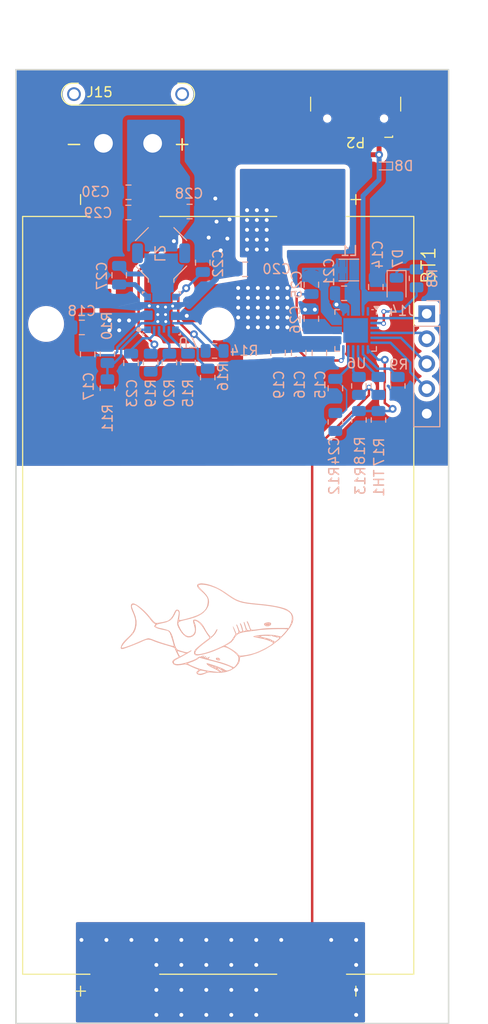
<source format=kicad_pcb>
(kicad_pcb (version 20240108) (generator "pcbnew") (generator_version "8.0")
  (layers (0 "F.Cu" signal) (31 "B.Cu" signal) (34 "B.Paste" user) (35 "F.Paste" user) (36 "B.SilkS" user "B.Silkscreen") (37 "F.SilkS" user "F.Silkscreen") (38 "B.Mask" user) (39 "F.Mask" user) (44 "Edge.Cuts" user))
  (net 0 "")
  (net 1 "GND")
  (net 2 "+BATT")
  (net 3 "Net-(J14-Pin_3)")
  (net 4 "Net-(U6-ILIM)")
  (net 5 "/Power/CELL_1")
  (net 6 "Net-(J14-Pin_1)")
  (net 7 "Net-(J14-Pin_4)")
  (net 8 "/Power/PMID")
  (net 9 "/Power/SNS")
  (net 10 "/Power/SW_BAT")
  (net 11 "/Power/SW_5")
  (net 12 "/Power/BOOT")
  (net 13 "Net-(J14-Pin_2)")
  (net 14 "Net-(U7-VCC)")
  (net 15 "Net-(U7-SS)")
  (net 16 "Net-(U6-REGN)")
  (net 17 "Net-(U6-BTST)")
  (net 18 "Net-(D7-K)")
  (net 19 "Net-(U6-STAT)")
  (net 20 "Net-(U7-EN)")
  (net 21 "Net-(U6-TS)")
  (net 22 "Net-(U7-PG)")
  (net 23 "Net-(U7-ILIM)")
  (net 24 "Net-(U7-MSEL)")
  (net 25 "Net-(U6-MID)")
  (net 26 "Net-(U6-CBSET)")
  (net 27 "Net-(U7-FB)")
  (net 30 "Net-(P2-D+)")
  (net 33 "+5VUSB")
  (net 34 "+5VBuck")
  (footprint "Connector_AMASS:AMASS_XT30PW-F_1x02_P2.50mm_Horizontal" (layer "F.Cu") (at 97.7006 39.9882)
    (property "Reference" "J15")
    (property "Value" "Battery Connector Bat")
  )
  (footprint "fydp library:BAT_1048P" (layer "F.Cu") (at 109.37 85.9562 -90)
    (property "Reference" "BT1")
    (property "Value" "1048P")
  )
  (footprint "Connector_USB:USB_C_Receptacle_GCT_USB4110" (layer "F.Cu") (at 123.348 34.861 180)
    (property "Reference" "P2")
    (property "Value" "USB_C_Plug_USB2.0")
  )
  (footprint "Resistor_SMD:R_0805_2012Metric" (layer "B.Cu") (at 106.3 62.2875 -90)
    (property "Reference" "R15")
    (property "Value" "11k")
  )
  (footprint "fydp:RZR0016A-MFG" (layer "B.Cu") (at 103.600001 57.284999)
    (property "Reference" "U7")
    (property "Value" "TPS54KB20RZRR")
  )
  (footprint "Capacitor_SMD:C_0805_2012Metric" (layer "B.Cu") (at 107.8 52.125 90)
    (property "Reference" "C22")
    (property "Value" "2.2u")
  )
  (footprint "Resistor_SMD:R_0805_2012Metric" (layer "B.Cu") (at 127.632774 64.6598 -90)
    (property "Reference" "R9")
    (property "Value" "383")
  )
  (footprint "Capacitor_SMD:C_0805_2012Metric" (layer "B.Cu") (at 112.1 52.8 180)
    (property "Reference" "C20")
    (property "Value" "100n")
  )
  (footprint "Resistor_SMD:R_0805_2012Metric" (layer "B.Cu") (at 125.668974 68.1228 -90)
    (property "Reference" "TH1")
    (property "Value" "10k")
  )
  (footprint "Capacitor_SMD:C_0805_2012Metric" (layer "B.Cu") (at 106.4586 46.923796)
    (property "Reference" "C28")
    (property "Value" "47u")
  )
  (footprint "Resistor_SMD:R_0805_2012Metric" (layer "B.Cu") (at 123.676908 64.6598 -90)
    (property "Reference" "R18")
    (property "Value" "9.5")
  )
  (footprint "Resistor_SMD:R_0805_2012Metric" (layer "B.Cu") (at 98.1 61.4125 -90)
    (property "Reference" "R10")
    (property "Value" "422k")
  )
  (footprint "Resistor_SMD:R_0805_2012Metric" (layer "B.Cu") (at 109 61.1)
    (property "Reference" "R14")
    (property "Value" "10k")
  )
  (footprint "Capacitor_SMD:C_0805_2012Metric" (layer "B.Cu") (at 118.844374 57.8291 90)
    (property "Reference" "C26")
    (property "Value" "44u")
  )
  (footprint "LED_SMD:LED_0805_2012Metric" (layer "B.Cu") (at 127.508 54.61 -90)
    (property "Reference" "D7")
    (property "Value" "LED" (hide yes))
  )
  (footprint "Capacitor_SMD:C_0805_2012Metric" (layer "B.Cu") (at 121.285 64.897 -90)
    (property "Reference" "C24")
    (property "Value" "4.7u")
  )
  (footprint "Resistor_SMD:R_0805_2012Metric" (layer "B.Cu") (at 108.3 63.8125 -90)
    (property "Reference" "R16")
    (property "Value" "5k")
  )
  (footprint "Resistor_SMD:R_0805_2012Metric" (layer "B.Cu") (at 102.5 62.2875 -90)
    (property "Reference" "R19")
    (property "Value" "45.3k")
  )
  (footprint "Resistor_SMD:R_0805_2012Metric" (layer "B.Cu") (at 129.54 53.721 -90)
    (property "Reference" "R8")
    (property "Value" "2.2k")
  )
  (footprint "Capacitor_SMD:C_0805_2012Metric" (layer "B.Cu") (at 100.229548 47.02515 180)
    (property "Reference" "C29")
    (property "Value" "47u")
  )
  (footprint "Inductor_SMD:L_Taiyo-Yuden_MD-2020" (layer "B.Cu") (at 122.664574 52.8761 180)
    (property "Reference" "L1")
    (property "Value" "1u")
  )
  (footprint "Connector_PinHeader_2.54mm:PinHeader_1x05_P2.54mm_Vertical" (layer "B.Cu") (at 130.579174 57.3211 180)
    (property "Reference" "J14")
    (property "Value" "Conn_01x05_Pin")
  )
  (footprint "Capacitor_SMD:C_0805_2012Metric" (layer "B.Cu") (at 117.555974 61.3 -90)
    (property "Reference" "C16")
    (property "Value" "1u")
  )
  (footprint "Resistor_SMD:R_0805_2012Metric" (layer "B.Cu") (at 98.1 64.9 -90)
    (property "Reference" "R11")
    (property "Value" "100k")
  )
  (footprint "Resistor_SMD:R_0805_2012Metric" (layer "B.Cu") (at 104.4 62.2875 -90)
    (property "Reference" "R20")
    (property "Value" "10k")
  )
  (footprint "Capacitor_SMD:C_0805_2012Metric" (layer "B.Cu") (at 122.174 55.2383)
    (property "Reference" "C21")
    (property "Value" "10u")
  )
  (footprint "Package_DFN_QFN:VQFN-24-1EP_4x4mm_P0.5mm_EP2.5x2.5mm" (layer "B.Cu") (at 123.345574 59.0158 180)
    (property "Reference" "U6")
    (property "Value" "BQ25887")
  )
  (footprint "Capacitor_SMD:C_0805_2012Metric" (layer "B.Cu") (at 125.4 54.6 90)
    (property "Reference" "C14")
    (property "Value" "1u")
  )
  (footprint "Resistor_SMD:R_0805_2012Metric" (layer "B.Cu") (at 121.285 68.326 -90)
    (property "Reference" "R12")
    (property "Value" "5.23k")
  )
  (footprint "Capacitor_SMD:C_0805_2012Metric" (layer "B.Cu") (at 95.5 58.7125 180)
    (property "Reference" "C18")
    (property "Value" "4.7u")
  )
  (footprint "Capacitor_SMD:C_0805_2012Metric" (layer "B.Cu") (at 115.454774 61.3 -90)
    (property "Reference" "C19")
    (property "Value" "1u")
  )
  (footprint "Resistor_SMD:R_0805_2012Metric" (layer "B.Cu") (at 125.654841 64.6598 -90)
    (property "Reference" "R17")
    (property "Value" "300")
  )
  (footprint "Symbol:logo_shark" (layer "B.Cu") (at 108.2548 89.4588 180)
    (property "Reference" " ")
    (property "Value" "LOGO" (hide yes))
  )
  (footprint "Diode_SMD:D_SOD-923" (layer "B.Cu") (at 126.238 42.291 180)
    (property "Reference" "D8")
    (property "Value" "ESD9B5.0ST5G")
  )
  (footprint "Capacitor_SMD:C_0805_2012Metric" (layer "B.Cu") (at 118.844374 54.3645 90)
    (property "Reference" "C25")
    (property "Value" "47n")
  )
  (footprint "Capacitor_SMD:C_0805_2012Metric" (layer "B.Cu") (at 100.244748 44.96775 180)
    (property "Reference" "C30")
    (property "Value" "47u")
  )
  (footprint "Capacitor_SMD:C_0805_2012Metric" (layer "B.Cu") (at 99.3 53.4 90)
    (property "Reference" "C27")
    (property "Value" "100n")
  )
  (footprint "Resistor_SMD:R_0805_2012Metric" (layer "B.Cu") (at 123.681474 68.1228 -90)
    (property "Reference" "R13")
    (property "Value" "30.1k")
  )
  (footprint "Inductor_SMD:L_Bourns_SRU5016_5.2x5.2mm" (layer "B.Cu") (at 103.563 51.165596 90)
    (property "Reference" "L2")
    (property "Value" "220u")
  )
  (footprint "Capacitor_SMD:C_0805_2012Metric" (layer "B.Cu") (at 119.657174 61.3 -90)
    (property "Reference" "C15")
    (property "Value" "4.7u")
  )
  (footprint "Capacitor_SMD:C_0805_2012Metric" (layer "B.Cu") (at 96.0934 61.4375 -90)
    (property "Reference" "C17")
    (property "Value" "100n")
  )
  (footprint "Capacitor_SMD:C_0805_2012Metric" (layer "B.Cu") (at 100.5 62.325 -90)
    (property "Reference" "C23")
    (property "Value" "39n")
  )
  (gr_rect (start 88.8 32.5) (end 132.8 129.5) (stroke (width 0.15)) (fill none) (layer "Edge.Cuts"))
  (gr_text "+" (at 105.7006 39.9882 0) (layer "F.SilkS") (effects (font (size 1.5 1.5))))
  (gr_text "-" (at 94.7006 39.9882 0) (layer "F.SilkS") (effects (font (size 1.5 1.5))))
  (via (at 103.2256 58.1152) (size 0.6) (drill 0.3) (layers "F.Cu" "B.Cu") (net 1))
  (via (at 109.2 47.95) (size 0.8) (drill 0.4) (layers "F.Cu" "B.Cu") (net 1))
  (via (at 121.4 56.388) (size 0.8) (drill 0.4) (layers "F.Cu" "B.Cu") (net 1))
  (via (at 109.075 45.6) (size 0.8) (drill 0.4) (layers "F.Cu" "B.Cu") (net 1))
  (via (at 104.0384 58.1152) (size 0.6) (drill 0.3) (layers "F.Cu" "B.Cu") (net 1))
  (via (at 110.3 49.675) (size 0.8) (drill 0.4) (layers "F.Cu" "B.Cu") (net 1))
  (via (at 102.362 56.515) (size 0.6) (drill 0.3) (layers "F.Cu" "B.Cu") (net 1))
  (via (at 104.7334 56.5404) (size 0.6) (drill 0.3) (layers "F.Cu" "B.Cu") (net 1))
  (via (at 103.2256 56.5912) (size 0.6) (drill 0.3) (layers "F.Cu" "B.Cu") (net 1))
  (via (at 108.4 49.575) (size 0.8) (drill 0.4) (layers "F.Cu" "B.Cu") (net 1))
  (via (at 118.2 56.9) (size 0.8) (drill 0.4) (layers "F.Cu" "B.Cu") (net 1))
  (via (at 109.625 50.875) (size 0.8) (drill 0.4) (layers "F.Cu" "B.Cu") (net 1))
  (via (at 104.013 56.642) (size 0.6) (drill 0.3) (layers "F.Cu" "B.Cu") (net 1))
  (via (at 110.525 47.725) (size 0.8) (drill 0.4) (layers "F.Cu" "B.Cu") (net 1))
  (via (at 103.2256 57.404) (size 0.6) (drill 0.3) (layers "F.Cu" "B.Cu") (net 1))
  (via (at 104.013 57.404) (size 0.6) (drill 0.3) (layers "F.Cu" "B.Cu") (net 1))
  (via (at 119.2 56.9) (size 0.8) (drill 0.4) (layers "F.Cu" "B.Cu") (net 1))
  (segment (start 122.0903 57.0783) (end 121.4 56.388) (width 0.25) (layer "B.Cu") (net 1))
  (segment (start 96.9434 61.5375) (end 96.0934 62.3875) (width 0.25) (layer "B.Cu") (net 1))
  (segment (start 102.225 56.534998) (end 100.984998 56.534998) (width 0.15) (layer "B.Cu") (net 1))
  (segment (start 103.600001 57.016572) (end 103.638428 57.016572) (width 0.15) (layer "B.Cu") (net 1))
  (segment (start 101.549924 58.285) (end 99.1 60.734924) (width 0.25) (layer "B.Cu") (net 1))
  (segment (start 98.7365 61.5375) (end 96.9434 61.5375) (width 0.25) (layer "B.Cu") (net 1))
  (segment (start 122.428 56.388) (end 122.595574 56.555574) (width 0.25) (layer "B.Cu") (net 1))
  (segment (start 122.038 56.388) (end 122.038 56.524) (width 0.25) (layer "B.Cu") (net 1))
  (segment (start 99.1 61.174) (end 98.7365 61.5375) (width 0.25) (layer "B.Cu") (net 1))
  (segment (start 99.1 60.734924) (end 99.1 61.174) (width 0.25) (layer "B.Cu") (net 1))
  (segment (start 122.595574 56.555574) (end 122.595574 57.0783) (width 0.25) (layer "B.Cu") (net 1))
  (segment (start 103.174629 56.5912) (end 103.118427 56.534998) (width 0.15) (layer "B.Cu") (net 1))
  (segment (start 103.850001 58.303599) (end 104.0384 58.1152) (width 0.25) (layer "B.Cu") (net 1))
  (segment (start 122.095574 56.5783) (end 122.095574 56.445574) (width 0.25) (layer "B.Cu") (net 1))
  (segment (start 103.2256 56.5912) (end 103.2256 58.1152) (width 0.15) (layer "B.Cu") (net 1))
  (segment (start 102.225 58.285) (end 103.303615 58.285) (width 0.25) (layer "B.Cu") (net 1))
  (segment (start 106.400812 56.534998) (end 106.401808 56.535994) (width 0.15) (layer "B.Cu") (net 1))
  (segment (start 122.095574 57.0783) (end 122.0903 57.0783) (width 0.25) (layer "B.Cu") (net 1))
  (segment (start 122.301 57.0783) (end 122.301 56.515) (width 0.25) (layer "B.Cu") (net 1))
  (segment (start 122.428 56.515) (end 122.428 57.0783) (width 0.25) (layer "B.Cu") (net 1))
  (segment (start 103.2256 56.5912) (end 103.2256 56.642171) (width 0.15) (layer "B.Cu") (net 1))
  (segment (start 103.600001 57.988614) (end 103.600001 57.016572) (width 0.25) (layer "B.Cu") (net 1))
  (segment (start 121.4 56.388) (end 121.4 55.4143) (width 0.5) (layer "B.Cu") (net 1))
  (segment (start 121.793 56.388) (end 121.4 56.388) (width 0.25) (layer "B.Cu") (net 1))
  (segment (start 122.301 56.388) (end 122.428 56.515) (width 0.25) (layer "B.Cu") (net 1))
  (segment (start 100.984998 56.534998) (end 100.965 56.515) (width 0.15) (layer "B.Cu") (net 1))
  (segment (start 122.095574 57.0783) (end 122.095574 56.445574) (width 0.25) (layer "B.Cu") (net 1))
  (segment (start 104.0384 58.1152) (end 104.0384 56.6674) (width 0.25) (layer "B.Cu") (net 1))
  (segment (start 121.793 56.642) (end 121.92 56.769) (width 0.25) (layer "B.Cu") (net 1))
  (segment (start 122.095574 56.445574) (end 122.038 56.388) (width 0.25) (layer "B.Cu") (net 1))
  (segment (start 103.2256 56.642171) (end 103.600001 57.016572) (width 0.15) (layer "B.Cu") (net 1))
  (segment (start 106.401808 56.535994) (end 109.15 53.787802) (width 0.6) (layer "B.Cu") (net 1))
  (segment (start 104.120002 56.534998) (end 104.975002 56.534998) (width 0.15) (layer "B.Cu") (net 1))
  (segment (start 122.428 57.0783) (end 122.301 57.0783) (width 0.25) (layer "B.Cu") (net 1))
  (segment (start 121.4 55.4143) (end 121.224 55.2383) (width 0.25) (layer "B.Cu") (net 1))
  (segment (start 103.303615 58.285) (end 103.600001 57.988614) (width 0.25) (layer "B.Cu") (net 1))
  (segment (start 122.301 57.0783) (end 122.095574 57.0783) (width 0.25) (layer "B.Cu") (net 1))
  (segment (start 109.15 52.525) (end 107.8 51.175) (width 0.6) (layer "B.Cu") (net 1))
  (segment (start 122.595574 57.0783) (end 122.428 57.0783) (width 0.25) (layer "B.Cu") (net 1))
  (segment (start 103.638428 57.016572) (end 104.120002 56.534998) (width 0.15) (layer "B.Cu") (net 1))
  (segment (start 121.4 56.388) (end 122.301 56.388) (width 0.25) (layer "B.Cu") (net 1))
  (segment (start 102.225 58.285) (end 101.549924 58.285) (width 0.25) (layer "B.Cu") (net 1))
  (segment (start 121.793 56.388) (end 121.793 56.642) (width 0.25) (layer "B.Cu") (net 1))
  (segment (start 103.118427 56.534998) (end 102.225 56.534998) (width 0.15) (layer "B.Cu") (net 1))
  (segment (start 122.038 56.524) (end 121.92 56.642) (width 0.25) (layer "B.Cu") (net 1))
  (segment (start 103.2256 58.1152) (end 104.0384 58.1152) (width 0.15) (layer "B.Cu") (net 1))
  (segment (start 122.038 56.388) (end 121.793 56.388) (width 0.25) (layer "B.Cu") (net 1))
  (segment (start 109.15 53.787802) (end 109.15 52.525) (width 0.6) (layer "B.Cu") (net 1))
  (segment (start 104.975002 56.534998) (end 106.400812 56.534998) (width 0.15) (layer "B.Cu") (net 1))
  (segment (start 103.2256 56.5912) (end 103.174629 56.5912) (width 0.15) (layer "B.Cu") (net 1))
  (segment (start 103.850001 58.91) (end 103.850001 58.303599) (width 0.25) (layer "B.Cu") (net 1))
  (segment (start 104.0384 56.6674) (end 104.013 56.642) (width 0.25) (layer "B.Cu") (net 1))
  (segment (start 121.4 56.388) (end 122.428 56.388) (width 0.25) (layer "B.Cu") (net 1))
  (via (at 113.3006 49.7882) (size 0.8) (drill 0.4) (layers "F.Cu" "B.Cu") (net 2))
  (via (at 112.3006 50.7882) (size 0.8) (drill 0.4) (layers "F.Cu" "B.Cu") (net 2))
  (via (at 114.3006 47.7882) (size 0.8) (drill 0.4) (layers "F.Cu" "B.Cu") (net 2))
  (via (at 98.3 59) (size 0.8) (drill 0.4) (layers "F.Cu" "B.Cu") (net 2))
  (via (at 116.4 56.7) (size 0.8) (drill 0.4) (layers "F.Cu" "B.Cu") (net 2))
  (via (at 116.4 55.7) (size 0.8) (drill 0.4) (layers "F.Cu" "B.Cu") (net 2))
  (via (at 114.3006 48.7882) (size 0.8) (drill 0.4) (layers "F.Cu" "B.Cu") (net 2))
  (via (at 113.3006 47.7882) (size 0.8) (drill 0.4) (layers "F.Cu" "B.Cu") (net 2))
  (via (at 113.3006 46.7882) (size 0.8) (drill 0.4) (layers "F.Cu" "B.Cu") (net 2))
  (via (at 113.4 56.7) (size 0.8) (drill 0.4) (layers "F.Cu" "B.Cu") (net 2))
  (via (at 114.4 57.7) (size 0.8) (drill 0.4) (layers "F.Cu" "B.Cu") (net 2))
  (via (at 113.3006 48.7882) (size 0.8) (drill 0.4) (layers "F.Cu" "B.Cu") (net 2))
  (via (at 112.3006 47.7882) (size 0.8) (drill 0.4) (layers "F.Cu" "B.Cu") (net 2))
  (via (at 113.4 57.7) (size 0.8) (drill 0.4) (layers "F.Cu" "B.Cu") (net 2))
  (via (at 114.4 55.7) (size 0.8) (drill 0.4) (layers "F.Cu" "B.Cu") (net 2))
  (via (at 111.4 55.7) (size 0.8) (drill 0.4) (layers "F.Cu" "B.Cu") (net 2))
  (via (at 114.3006 46.7882) (size 0.8) (drill 0.4) (layers "F.Cu" "B.Cu") (net 2))
  (via (at 115.4 57.7) (size 0.8) (drill 0.4) (layers "F.Cu" "B.Cu") (net 2))
  (via (at 112.3006 46.7882) (size 0.8) (drill 0.4) (layers "F.Cu" "B.Cu") (net 2))
  (via (at 112.4 55.7) (size 0.8) (drill 0.4) (layers "F.Cu" "B.Cu") (net 2))
  (via (at 99.3 58) (size 0.8) (drill 0.4) (layers "F.Cu" "B.Cu") (net 2))
  (via (at 115.4 58.7) (size 0.8) (drill 0.4) (layers "F.Cu" "B.Cu") (net 2))
  (via (at 112.3006 49.7882) (size 0.8) (drill 0.4) (layers "F.Cu" "B.Cu") (net 2))
  (via (at 111.4 57.7) (size 0.8) (drill 0.4) (layers "F.Cu" "B.Cu") (net 2))
  (via (at 112.4 57.7) (size 0.8) (drill 0.4) (layers "F.Cu" "B.Cu") (net 2))
  (via (at 114.3006 49.7882) (size 0.8) (drill 0.4) (layers "F.Cu" "B.Cu") (net 2))
  (via (at 115.4 56.7) (size 0.8) (drill 0.4) (layers "F.Cu" "B.Cu") (net 2))
  (via (at 114.4 58.7) (size 0.8) (drill 0.4) (layers "F.Cu" "B.Cu") (net 2))
  (via (at 114.3006 50.7882) (size 0.8) (drill 0.4) (layers "F.Cu" "B.Cu") (net 2))
  (via (at 115.4 54.7) (size 0.8) (drill 0.4) (layers "F.Cu" "B.Cu") (net 2))
  (via (at 113.3006 50.7882) (size 0.8) (drill 0.4) (layers "F.Cu" "B.Cu") (net 2))
  (via (at 106.172 57.531) (size 0.8) (drill 0.4) (layers "F.Cu" "B.Cu") (net 2))
  (via (at 112.4 58.7) (size 0.8) (drill 0.4) (layers "F.Cu" "B.Cu") (net 2))
  (via (at 112.4 56.7) (size 0.8) (drill 0.4) (layers "F.Cu" "B.Cu") (net 2))
  (via (at 99.3 59) (size 0.8) (drill 0.4) (layers "F.Cu" "B.Cu") (net 2))
  (via (at 114.4 56.7) (size 0.8) (drill 0.4) (layers "F.Cu" "B.Cu") (net 2))
  (via (at 112.3006 48.7882) (size 0.8) (drill 0.4) (layers "F.Cu" "B.Cu") (net 2))
  (via (at 100.3 58) (size 0.8) (drill 0.4) (layers "F.Cu" "B.Cu") (net 2))
  (via (at 113.4 58.7) (size 0.8) (drill 0.4) (layers "F.Cu" "B.Cu") (net 2))
  (via (at 116.4 57.7) (size 0.8) (drill 0.4) (layers "F.Cu" "B.Cu") (net 2))
  (via (at 114.4 54.7) (size 0.8) (drill 0.4) (layers "F.Cu" "B.Cu") (net 2))
  (via (at 115.4 55.7) (size 0.8) (drill 0.4) (layers "F.Cu" "B.Cu") (net 2))
  (via (at 112.4 54.7) (size 0.8) (drill 0.4) (layers "F.Cu" "B.Cu") (net 2))
  (via (at 111.4 56.7) (size 0.8) (drill 0.4) (layers "F.Cu" "B.Cu") (net 2))
  (via (at 111.4 54.7) (size 0.8) (drill 0.4) (layers "F.Cu" "B.Cu") (net 2))
  (via (at 113.4 54.7) (size 0.8) (drill 0.4) (layers "F.Cu" "B.Cu") (net 2))
  (via (at 98.3 58) (size 0.8) (drill 0.4) (layers "F.Cu" "B.Cu") (net 2))
  (via (at 116.4 58.7) (size 0.8) (drill 0.4) (layers "F.Cu" "B.Cu") (net 2))
  (via (at 116.4 54.7) (size 0.8) (drill 0.4) (layers "F.Cu" "B.Cu") (net 2))
  (via (at 113.4 55.7) (size 0.8) (drill 0.4) (layers "F.Cu" "B.Cu") (net 2))
  (segment (start 127.943874 59.7658) (end 130.579174 62.4011) (width 0.25) (layer "B.Cu") (net 3))
  (segment (start 125.283074 59.7658) (end 127.943874 59.7658) (width 0.25) (layer "B.Cu") (net 3))
  (segment (start 126.795274 62.9098) (end 127.632774 63.7473) (width 0.25) (layer "B.Cu") (net 4))
  (segment (start 124.095574 60.9533) (end 124.095574 61.44054) (width 0.25) (layer "B.Cu") (net 4))
  (segment (start 124.095574 61.44054) (end 125.564834 62.9098) (width 0.25) (layer "B.Cu") (net 4))
  (segment (start 125.564834 62.9098) (end 126.795274 62.9098) (width 0.25) (layer "B.Cu") (net 4))
  (segment (start 118.925 125.2862) (end 118.925 71.3638) (width 0.25) (layer "F.Cu") (net 5))
  (segment (start 124.7006 65.5882) (end 124.7006 64.7882) (width 0.25) (layer "F.Cu") (net 5))
  (segment (start 118.925 71.3638) (end 124.7006 65.5882) (width 0.25) (layer "F.Cu") (net 5))
  (via (at 113.24 121) (size 0.8) (drill 0.4) (layers "F.Cu" "B.Cu") (net 5))
  (via (at 123.4 121) (size 0.8) (drill 0.4) (layers "F.Cu" "B.Cu") (net 5))
  (via (at 105.62 123.54) (size 0.8) (drill 0.4) (layers "F.Cu" "B.Cu") (net 5))
  (via (at 120.86 121) (size 0.8) (drill 0.4) (layers "F.Cu" "B.Cu") (net 5))
  (via (at 113.24 128.62) (size 0.8) (drill 0.4) (layers "F.Cu" "B.Cu") (net 5))
  (via (at 105.62 128.62) (size 0.8) (drill 0.4) (layers "F.Cu" "B.Cu") (net 5))
  (via (at 108.16 121) (size 0.8) (drill 0.4) (layers "F.Cu" "B.Cu") (net 5))
  (via (at 123.4 126.08) (size 0.8) (drill 0.4) (layers "F.Cu" "B.Cu") (net 5))
  (via (at 98 121) (size 0.8) (drill 0.4) (layers "F.Cu" "B.Cu") (net 5))
  (via (at 113.24 126.08) (size 0.8) (drill 0.4) (layers "F.Cu" "B.Cu") (net 5))
  (via (at 113.24 123.54) (size 0.8) (drill 0.4) (layers "F.Cu" "B.Cu") (net 5))
  (via (at 110.7 121) (size 0.8) (drill 0.4) (layers "F.Cu" "B.Cu") (net 5))
  (via (at 108.16 123.54) (size 0.8) (drill 0.4) (layers "F.Cu" "B.Cu") (net 5))
  (via (at 103.08 126.08) (size 0.8) (drill 0.4) (layers "F.Cu" "B.Cu") (net 5))
  (via (at 103.08 121) (size 0.8) (drill 0.4) (layers "F.Cu" "B.Cu") (net 5))
  (via (at 124.7006 64.7882) (size 0.5) (drill 0.3) (layers "F.Cu" "B.Cu") (net 5))
  (via (at 105.62 126.08) (size 0.8) (drill 0.4) (layers "F.Cu" "B.Cu") (net 5))
  (via (at 103.08 123.54) (size 0.8) (drill 0.4) (layers "F.Cu" "B.Cu") (net 5))
  (via (at 108.16 126.08) (size 0.8) (drill 0.4) (layers "F.Cu" "B.Cu") (net 5))
  (via (at 105.62 121) (size 0.8) (drill 0.4) (layers "F.Cu" "B.Cu") (net 5))
  (via (at 115.78 121) (size 0.8) (drill 0.4) (layers "F.Cu" "B.Cu") (net 5))
  (via (at 95.46 121) (size 0.8) (drill 0.4) (layers "F.Cu" "B.Cu") (net 5))
  (via (at 103.08 128.62) (size 0.8) (drill 0.4) (layers "F.Cu" "B.Cu") (net 5))
  (via (at 110.7 126.08) (size 0.8) (drill 0.4) (layers "F.Cu" "B.Cu") (net 5))
  (via (at 110.7 123.54) (size 0.8) (drill 0.4) (layers "F.Cu" "B.Cu") (net 5))
  (via (at 110.7 128.62) (size 0.8) (drill 0.4) (layers "F.Cu" "B.Cu") (net 5))
  (via (at 123.4 123.54) (size 0.8) (drill 0.4) (layers "F.Cu" "B.Cu") (net 5))
  (via (at 108.16 128.62) (size 0.8) (drill 0.4) (layers "F.Cu" "B.Cu") (net 5))
  (via (at 123.4 128.62) (size 0.8) (drill 0.4) (layers "F.Cu" "B.Cu") (net 5))
  (via (at 100.54 121) (size 0.8) (drill 0.4) (layers "F.Cu" "B.Cu") (net 5))
  (segment (start 125.654841 65.5723) (end 125.4847 65.5723) (width 0.25) (layer "B.Cu") (net 5))
  (segment (start 125.4847 65.5723) (end 124.7006 64.7882) (width 0.25) (layer "B.Cu") (net 5))
  (segment (start 123.676908 65.5723) (end 123.9165 65.5723) (width 0.25) (layer "B.Cu") (net 5))
  (segment (start 123.9165 65.5723) (end 124.7006 64.7882) (width 0.25) (layer "B.Cu") (net 5))
  (segment (start 125.283074 57.7658) (end 130.134474 57.7658) (width 0.25) (layer "B.Cu") (net 6))
  (segment (start 130.134474 57.7658) (end 130.579174 57.3211) (width 0.25) (layer "B.Cu") (net 6))
  (segment (start 125.283074 60.2658) (end 126.896174 60.2658) (width 0.25) (layer "B.Cu") (net 7))
  (segment (start 128.905 63.266926) (end 130.579174 64.9411) (width 0.25) (layer "B.Cu") (net 7))
  (segment (start 128.905 62.274626) (end 128.905 63.266926) (width 0.25) (layer "B.Cu") (net 7))
  (segment (start 126.896174 60.2658) (end 128.905 62.274626) (width 0.25) (layer "B.Cu") (net 7))
  (segment (start 100.125 53.275) (end 99.3 52.45) (width 0.5) (layer "B.Cu") (net 11))
  (segment (start 101 53.275) (end 100.125 53.275) (width 0.5) (layer "B.Cu") (net 11))
  (segment (start 101 53.275) (end 103.272404 53.275) (width 0.5) (layer "B.Cu") (net 11))
  (segment (start 103.272404 53.275) (end 103.563 53.565596) (width 0.15) (layer "B.Cu") (net 11))
  (segment (start 100.902407 54.35) (end 99.3 54.35) (width 0.5) (layer "B.Cu") (net 12))
  (segment (start 101.727407 55.175) (end 102.175901 55.623494) (width 0.5) (layer "B.Cu") (net 12))
  (segment (start 101.727407 55.175) (end 100.902407 54.35) (width 0.5) (layer "B.Cu") (net 12))
  (segment (start 129.983874 59.2658) (end 130.579174 59.8611) (width 0.25) (layer "B.Cu") (net 13))
  (segment (start 125.283074 59.2658) (end 129.983874 59.2658) (width 0.25) (layer "B.Cu") (net 13))
  (segment (start 106.899739 59.400261) (end 106.595666 59.400261) (width 0.25) (layer "F.Cu") (net 14))
  (segment (start 105.3084 55.521298) (end 106.109849 54.719849) (width 0.25) (layer "F.Cu") (net 14))
  (segment (start 105.3084 58.112995) (end 105.3084 55.521298) (width 0.25) (layer "F.Cu") (net 14))
  (segment (start 106.595666 59.400261) (end 105.3084 58.112995) (width 0.25) (layer "F.Cu") (net 14))
  (via (at 106.109849 54.719849) (size 0.8) (drill 0.4) (layers "F.Cu" "B.Cu") (net 14))
  (via (at 106.899739 59.400261) (size 0.8) (drill 0.4) (layers "F.Cu" "B.Cu") (net 14))
  (segment (start 106.109849 54.719849) (end 108.154548 52.67515) (width 0.25) (layer "B.Cu") (net 14))
  (segment (start 108.0875 61.1) (end 108.0875 60.588022) (width 0.25) (layer "B.Cu") (net 14))
  (segment (start 108.0875 60.588022) (end 106.899739 59.400261) (width 0.25) (layer "B.Cu") (net 14))
  (segment (start 105.000899 55.623494) (end 105.206204 55.623494) (width 0.25) (layer "B.Cu") (net 14))
  (segment (start 105.206204 55.623494) (end 106.109849 54.719849) (width 0.25) (layer "B.Cu") (net 14))
  (segment (start 102.452501 59.817) (end 102.85 59.419501) (width 0.25) (layer "B.Cu") (net 15))
  (segment (start 100.5 61.275) (end 100.5 61.375) (width 0.25) (layer "B.Cu") (net 15))
  (segment (start 102.85 59.419501) (end 102.85 58.91) (width 0.25) (layer "B.Cu") (net 15))
  (segment (start 100.5 61) (end 101.683 59.817) (width 0.25) (layer "B.Cu") (net 15))
  (segment (start 101.683 59.817) (end 102.452501 59.817) (width 0.25) (layer "B.Cu") (net 15))
  (segment (start 100.5 61.375) (end 100.5 61) (width 0.25) (layer "B.Cu") (net 15))
  (segment (start 121.285 67.4135) (end 122.0705 67.4135) (width 0.15) (layer "B.Cu") (net 16))
  (segment (start 122.428 67.056) (end 122.428 65.09) (width 0.15) (layer "B.Cu") (net 16))
  (segment (start 122.0705 67.4135) (end 122.428 67.056) (width 0.15) (layer "B.Cu") (net 16))
  (segment (start 122.595574 60.9533) (end 122.595574 62.7882) (width 0.25) (layer "B.Cu") (net 16))
  (segment (start 122.428 65.09) (end 121.285 63.947) (width 0.15) (layer "B.Cu") (net 16))
  (segment (start 122.595574 62.7882) (end 121.663774 63.72) (width 0.25) (layer "B.Cu") (net 16))
  (segment (start 117.348 55.617074) (end 117.625174 55.3399) (width 0.25) (layer "F.Cu") (net 17))
  (segment (start 118.59 62.075) (end 117.348 60.833) (width 0.25) (layer "F.Cu") (net 17))
  (segment (start 117.348 60.833) (end 117.348 55.617074) (width 0.25) (layer "F.Cu") (net 17))
  (segment (start 121.875 62.075) (end 118.59 62.075) (width 0.25) (layer "F.Cu") (net 17))
  (via (at 121.875 62.075) (size 0.5) (drill 0.3) (layers "F.Cu" "B.Cu") (net 17))
  (via (at 117.625174 55.3399) (size 0.5) (drill 0.3) (layers "F.Cu" "B.Cu") (net 17))
  (segment (start 117.625174 55.3399) (end 117.650574 55.3145) (width 0.25) (layer "B.Cu") (net 17))
  (segment (start 122.095574 61.854426) (end 122.095574 60.9533) (width 0.25) (layer "B.Cu") (net 17))
  (segment (start 121.875 62.075) (end 122.095574 61.854426) (width 0.25) (layer "B.Cu") (net 17))
  (segment (start 118.844374 55.3145) (end 117.625174 55.3399) (width 0.25) (layer "B.Cu") (net 17))
  (segment (start 127.7855 52.8085) (end 129.54 52.8085) (width 0.25) (layer "B.Cu") (net 18))
  (segment (start 127.508 53.086) (end 127.7855 52.8085) (width 0.25) (layer "B.Cu") (net 18))
  (segment (start 127.508 53.6725) (end 127.508 53.086) (width 0.25) (layer "B.Cu") (net 18))
  (segment (start 129.1825 52.603) (end 129.2075 52.578) (width 0.15) (layer "B.Cu") (net 18))
  (segment (start 126.210374 57.0925) (end 126.210374 58.2355) (width 0.25) (layer "F.Cu") (net 19))
  (segment (start 126.210374 58.2355) (end 126.184974 58.2609) (width 0.25) (layer "F.Cu") (net 19))
  (via (at 126.210374 57.0925) (size 0.5) (drill 0.3) (layers "F.Cu" "B.Cu") (net 19))
  (via (at 126.184974 58.3117) (size 0.5) (drill 0.3) (layers "F.Cu" "B.Cu") (net 19))
  (segment (start 129.54 54.6335) (end 129.54 55.499) (width 0.25) (layer "B.Cu") (net 19))
  (segment (start 129.54 55.499) (end 127.9465 57.0925) (width 0.25) (layer "B.Cu") (net 19))
  (segment (start 126.139074 58.2658) (end 126.184974 58.3117) (width 0.25) (layer "B.Cu") (net 19))
  (segment (start 125.283074 58.2658) (end 126.139074 58.2658) (width 0.25) (layer "B.Cu") (net 19))
  (segment (start 127.9465 57.0925) (end 126.210374 57.0925) (width 0.25) (layer "B.Cu") (net 19))
  (segment (start 98.1 62.30061) (end 98.1 62.3375) (width 0.25) (layer "B.Cu") (net 20))
  (segment (start 98.1 62.325) (end 98.8 62.325) (width 0.25) (layer "B.Cu") (net 20))
  (segment (start 101.45311 58.9475) (end 102.187502 58.9475) (width 0.25) (layer "B.Cu") (net 20))
  (segment (start 98.8 62.325) (end 99.5 61.625) (width 0.25) (layer "B.Cu") (net 20))
  (segment (start 99.5 61.625) (end 99.5 60.90061) (width 0.25) (layer "B.Cu") (net 20))
  (segment (start 99.5 60.90061) (end 101.45311 58.9475) (width 0.25) (layer "B.Cu") (net 20))
  (segment (start 98.1 62.3375) (end 98.1 63.9875) (width 0.25) (layer "B.Cu") (net 20))
  (segment (start 126.310102 66.3958) (end 127.110102 66.9958) (width 0.25) (layer "F.Cu") (net 21))
  (segment (start 126.310102 61.9958) (end 126.310102 66.3958) (width 0.25) (layer "F.Cu") (net 21))
  (segment (start 127.110102 66.9958) (end 126.910102 66.9958) (width 0.25) (layer "F.Cu") (net 21))
  (via (at 127.110102 66.9958) (size 0.8) (drill 0.4) (layers "F.Cu" "B.Cu") (net 21))
  (via (at 126.310102 61.9958) (size 0.8) (drill 0.4) (layers "F.Cu" "B.Cu") (net 21))
  (segment (start 125.668974 67.2103) (end 126.895602 67.2103) (width 0.25) (layer "B.Cu") (net 21))
  (segment (start 124.595574 60.9533) (end 125.638074 61.9958) (width 0.25) (layer "B.Cu") (net 21))
  (segment (start 126.895602 67.2103) (end 127.110102 66.9958) (width 0.25) (layer "B.Cu") (net 21))
  (segment (start 125.668974 67.2103) (end 123.681474 67.2103) (width 0.25) (layer "B.Cu") (net 21))
  (segment (start 123.518974 67.2103) (end 123.681474 67.2103) (width 0.25) (layer "B.Cu") (net 21))
  (segment (start 125.638074 61.9958) (end 126.310102 61.9958) (width 0.25) (layer "B.Cu") (net 21))
  (segment (start 121.693974 69.0353) (end 123.518974 67.2103) (width 0.25) (layer "B.Cu") (net 21))
  (segment (start 106.739073 58.285) (end 109.554073 61.1) (width 0.25) (layer "B.Cu") (net 22))
  (segment (start 109.554073 61.1) (end 109.9125 61.1) (width 0.25) (layer "B.Cu") (net 22))
  (segment (start 104.975002 58.285) (end 106.739073 58.285) (width 0.25) (layer "B.Cu") (net 22))
  (segment (start 104.350002 59.510002) (end 106.215 61.375) (width 0.25) (layer "B.Cu") (net 23))
  (segment (start 106.215 61.375) (end 106.3 61.375) (width 0.25) (layer "B.Cu") (net 23))
  (segment (start 104.350002 58.91) (end 104.350002 59.510002) (width 0.25) (layer "B.Cu") (net 23))
  (segment (start 105.33439 58.9475) (end 107.3 60.91311) (width 0.25) (layer "B.Cu") (net 24))
  (segment (start 107.3 60.91311) (end 107.3 61.9) (width 0.25) (layer "B.Cu") (net 24))
  (segment (start 105.0125 58.9475) (end 105.33439 58.9475) (width 0.25) (layer "B.Cu") (net 24))
  (segment (start 107.3 61.9) (end 108.3 62.9) (width 0.25) (layer "B.Cu") (net 24))
  (segment (start 125.651574 63.7473) (end 123.595574 61.6913) (width 0.25) (layer "B.Cu") (net 25))
  (segment (start 123.595574 61.6913) (end 123.595574 60.9533) (width 0.25) (layer "B.Cu") (net 25))
  (segment (start 123.670374 63.7473) (end 123.095574 63.1725) (width 0.25) (layer "B.Cu") (net 26))
  (segment (start 123.095574 63.1725) (end 123.095574 60.9533) (width 0.25) (layer "B.Cu") (net 26))
  (segment (start 103.350001 59.408001) (end 104.4 60.458) (width 0.25) (layer "B.Cu") (net 27))
  (segment (start 104.4 61.375) (end 102.575 63.2) (width 0.25) (layer "B.Cu") (net 27))
  (segment (start 102.575 63.2) (end 102.5 63.2) (width 0.25) (layer "B.Cu") (net 27))
  (segment (start 103.350001 58.91) (end 103.350001 59.408001) (width 0.25) (layer "B.Cu") (net 27))
  (segment (start 104.4 60.458) (end 104.4 61) (width 0.25) (layer "B.Cu") (net 27))
  (segment (start 123.098 38.541) (end 123.598 38.541) (width 0.25) (layer "F.Cu") (net 30))
  (segment (start 120.947 38.66115) (end 120.920425 38.634575) (width 0.3) (layer "F.Cu") (net 33))
  (segment (start 125.73 41.148) (end 121.963001 41.148) (width 0.5) (layer "F.Cu") (net 33))
  (segment (start 120.947 40.131999) (end 120.947 38.66115) (width 0.5) (layer "F.Cu") (net 33))
  (segment (start 121.963001 41.148) (end 120.947 40.131999) (width 0.5) (layer "F.Cu") (net 33))
  (segment (start 125.73 41.148) (end 125.73 38.608) (width 0.5) (layer "F.Cu") (net 33))
  (via (at 125.73 41.148) (size 0.8) (drill 0.4) (layers "F.Cu" "B.Cu") (net 33))
  (segment (start 124.095574 45.322426) (end 124.095574 54.737) (width 0.5) (layer "B.Cu") (net 33))
  (segment (start 127.5055 55.55) (end 127.508 55.5475) (width 0.3) (layer "B.Cu") (net 33))
  (segment (start 125.73 43.688) (end 124.095574 45.322426) (width 0.5) (layer "B.Cu") (net 33))
  (segment (start 124.095574 54.737) (end 124.095574 54.753574) (width 0.3) (layer "B.Cu") (net 33))
  (segment (start 124.150787 56.062213) (end 124.663 55.55) (width 0.3) (layer "B.Cu") (net 33))
  (segment (start 124.095574 56.388) (end 124.150787 56.332787) (width 0.3) (layer "B.Cu") (net 33))
  (segment (start 124.730574 55.753) (end 125.095 55.753) (width 0.3) (layer "B.Cu") (net 33))
  (segment (start 125.73 41.148) (end 125.73 43.688) (width 0.5) (layer "B.Cu") (net 33))
  (segment (start 124.095574 54.982574) (end 124.663 55.55) (width 0.3) (layer "B.Cu") (net 33))
  (segment (start 124.150787 56.332787) (end 124.150787 56.062213) (width 0.3) (layer "B.Cu") (net 33))
  (segment (start 124.095574 54.753574) (end 124.587 55.245) (width 0.3) (layer "B.Cu") (net 33))
  (segment (start 125.4 55.55) (end 127.5055 55.55) (width 1) (layer "B.Cu") (net 33))
  (segment (start 125.4 55.55) (end 124.663 55.55) (width 1) (layer "B.Cu") (net 33))
  (segment (start 124.095574 54.737) (end 124.095574 57.0783) (width 0.3) (layer "B.Cu") (net 33))
  (segment (start 124.095574 54.753574) (end 124.095574 54.982574) (width 0.3) (layer "B.Cu") (net 33))
  (segment (start 124.095574 56.388) (end 124.095574 56.129426) (width 0.3) (layer "B.Cu") (net 33))
  (segment (start 124.095574 56.388) (end 124.730574 55.753) (width 0.3) (layer "B.Cu") (net 33))
  (segment (start 102.172702 59.727298) (end 101.274368 58.828964) (width 0.25) (layer "F.Cu") (net 34))
  (segment (start 101.274368 58.828964) (end 101.274368 56.9) (width 0.25) (layer "F.Cu") (net 34))
  (segment (start 101.274368 56.9) (end 101.274368 52.988832) (width 0.25) (layer "F.Cu") (net 34))
  (segment (start 102.172702 59.727298) (end 102.880057 60.434652) (width 0.25) (layer "F.Cu") (net 34))
  (segment (start 101.274368 52.988832) (end 104.275 49.9882) (width 0.25) (layer "F.Cu") (net 34))
  (segment (start 104.9006 49.9882) (end 104.275 49.9882) (width 0.25) (layer "F.Cu") (net 34))
  (via (at 104.863379 49.937012) (size 0.8) (drill 0.4) (layers "F.Cu" "B.Cu") (net 34))
  (via (at 102.880057 60.434652) (size 0.8) (drill 0.4) (layers "F.Cu" "B.Cu") (net 34))
  (segment (start 103.691963 48.765596) (end 104.863379 49.937012) (width 0.25) (layer "B.Cu") (net 34))
  (segment (start 103.563 48.765596) (end 103.691963 48.765596) (width 0.25) (layer "B.Cu") (net 34))
  (segment (start 102.880057 60.994943) (end 102.5 61.375) (width 0.25) (layer "B.Cu") (net 34))
  (segment (start 102.880057 60.434652) (end 102.880057 60.994943) (width 0.25) (layer "B.Cu") (net 34))
  (zone (net 2) (net_name "+BATT") (layer "F.Cu") (priority 13) (connect_pads yes (clearance 0.2)) (min_thickness 0.25) (fill yes (thermal_gap 0.25) (thermal_bridge_width 0.25))
    (polygon (pts (xy 111.9006 60.7882) (xy 103.1006 60.7882) (xy 101.3006 59.1882) (xy 101.3006 56.5882) (xy 98.5006 56.5882) (xy 98.5006 54.7882) (xy 97.3006 54.7882) (xy 97.3006 60.9882) (xy 99.9006 60.9882) (xy 100.7006 62.1882) (xy 111.9006 62.1882)))
  )
  (zone (net 5) (net_name "/Power/CELL_1") (layers "F&B.Cu") (priority 16) (connect_pads yes (clearance 0.2)) (min_thickness 0.25) (fill yes (thermal_gap 0.25) (thermal_bridge_width 0.25))
    (polygon (pts (xy 94.9006 119.1882) (xy 124.3006 119.1882) (xy 124.3006 129.3882) (xy 94.9006 129.3882)))
  )
  (zone (net 1) (net_name "GND") (layers "F&B.Cu") (connect_pads yes (clearance 0.45)) (min_thickness 0.25) (fill yes (thermal_gap 0.25) (thermal_bridge_width 0.25))
    (polygon (pts (xy 88.7006 72.7882) (xy 133.0506 72.7632) (xy 132.775 32) (xy 88.7006 31.7882)))
  )
  (zone (net 2) (net_name "+BATT") (layers "F&B.Cu") (priority 15) (connect_pads yes (clearance 0.2)) (min_thickness 0.25) (fill yes (thermal_gap 0.25) (thermal_bridge_width 0.25))
    (polygon (pts (xy 122.3006 42.5882) (xy 111.5756 42.5882) (xy 111.5756 51.5882) (xy 112.3006 51.5882) (xy 112.3006 53.7882) (xy 108.375 54.425) (xy 107.4256 55.2132) (xy 105.2256 57.4132) (xy 104.5006 58.1882) (xy 107.3006 58.1882) (xy 109.9006 61.5882) (xy 113.1 61.5) (xy 118.5006 61.1882) (xy 121.9006 61.1882) (xy 121.9006 59.5882) (xy 117.9006 59.5882) (xy 115.9006 51.5882) (xy 115.9006 50.3882) (xy 122.3006 50.3882)))
  )
  (zone (net 34) (net_name "+5VBuck") (layer "B.Cu") (priority 15) (connect_pads yes (clearance 0.2)) (min_thickness 0.25) (fill yes (thermal_gap 0.25) (thermal_bridge_width 0.25))
    (polygon (pts (xy 105.3006 50.9882) (xy 105.3006 49.3882) (xy 106.5006 47.7882) (xy 106.5006 43.3882) (xy 105.5006 41.9882) (xy 105.5006 37.5882) (xy 100.1006 37.5882) (xy 100.1006 50.9882)))
  )
  (zone (net 1) (net_name "GND") (layer "B.Cu") (priority 6) (connect_pads yes (clearance 0)) (min_thickness 0.25) (fill yes (thermal_gap 0.25) (thermal_bridge_width 0.25))
    (polygon (pts (xy 101.219 56.134) (xy 106.553 56.134) (xy 106.553 56.896) (xy 104.521 56.896) (xy 104.521 58.547) (xy 102.616 58.547) (xy 102.616 57.023) (xy 101.219 57.023) (xy 98.425 56.769)))
  )
  (zone (net 10) (net_name "/Power/SW_BAT") (layer "B.Cu") (priority 3) (connect_pads (clearance 0.05)) (min_thickness 0.1) (fill yes (thermal_gap 0.05) (thermal_bridge_width 0.8))
    (polygon (pts (xy 122.552774 51.7077) (xy 122.552774 53.9429) (xy 122.425774 54.0953) (xy 117.879174 54.0953) (xy 117.879174 52.6475) (xy 120.901774 52.6221) (xy 121.333574 52.1903) (xy 121.333574 51.6823)))
  )
  (zone (net 2) (net_name "+BATT") (layer "B.Cu") (priority 14) (connect_pads yes (clearance 0.2)) (min_thickness 0.25) (fill yes (thermal_gap 0.25) (thermal_bridge_width 0.25))
    (polygon (pts (xy 95.2006 57.2132) (xy 98.5006 57.2132) (xy 98.5506 57.2132) (xy 101.3506 57.2132) (xy 101.9006 56.9882) (xy 102.7006 56.9882) (xy 102.7006 57.9882) (xy 101.7006 57.9882) (xy 100.1006 59.5882) (xy 100.1006 61.1882) (xy 95.2006 61.1882)))
  )
  (zone (net 11) (net_name "/Power/SW_5") (layer "B.Cu") (priority 8) (connect_pads yes (clearance 0.05)) (min_thickness 0.05) (fill yes (thermal_gap 0.03) (thermal_bridge_width 1.2))
    (polygon (pts (xy 104.840201 56.136396) (xy 104.833 54.365996) (xy 106.5348 51.190996) (xy 100.5658 51.165596) (xy 102.5216 54.391396) (xy 102.562999 56.143996) (xy 104.613798 56.109795)))
  )
  (zone (net 9) (net_name "/Power/SNS") (layer "B.Cu") (priority 4) (connect_pads yes (clearance 0.05)) (min_thickness 0.05) (fill yes (thermal_gap 0.03) (thermal_bridge_width 1.2))
    (polygon (pts (xy 121.968574 58.4641) (xy 121.968574 59.4801) (xy 117.879174 59.4801) (xy 117.879174 57.8545) (xy 120.266774 57.8545) (xy 120.927174 58.4641)))
  )
  (zone (net 10) (net_name "/Power/SW_BAT") (layer "B.Cu") (priority 5) (connect_pads yes (clearance 0.05)) (min_thickness 0.05) (fill yes (thermal_gap 0.03) (thermal_bridge_width 1.2))
    (polygon (pts (xy 121.968574 58.4641) (xy 120.927174 58.4641) (xy 119.809574 57.1433) (xy 119.784174 54.9843) (xy 117.879174 53.6703) (xy 120.6884 53.707) (xy 120.6884 56.2148) (xy 121.968574 57.7529)))
  )
  (zone (net 8) (net_name "/Power/PMID") (layer "B.Cu") (priority 2) (connect_pads yes (clearance 0.05)) (min_thickness 0.1) (fill yes (thermal_gap 0.05) (thermal_bridge_width 0.8))
    (polygon (pts (xy 122.857574 57.5243) (xy 122.857574 56.3813) (xy 122.222574 55.8733) (xy 122.222574 54.1969) (xy 122.603574 53.9175) (xy 122.603574 51.6823) (xy 123.949774 51.6569) (xy 123.822774 57.5243)))
  )
)
</source>
